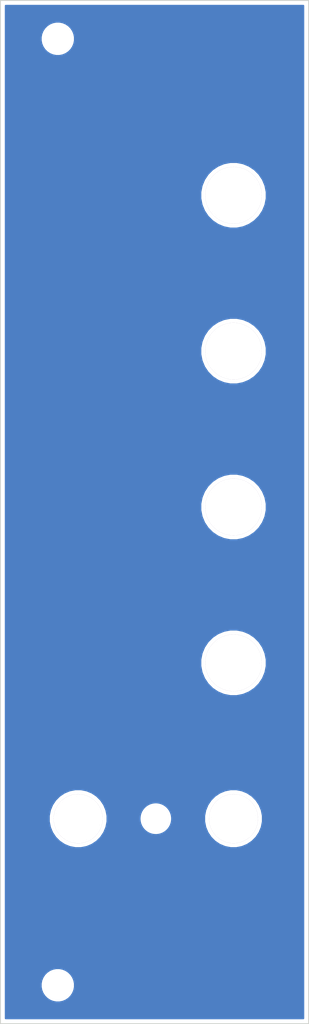
<source format=kicad_pcb>
(kicad_pcb (version 20171130) (host pcbnew 5.1.10)

  (general
    (thickness 1.6)
    (drawings 12)
    (tracks 0)
    (zones 0)
    (modules 7)
    (nets 1)
  )

  (page A4)
  (title_block
    (title ADSR)
    (date 2019-09-22)
    (rev 01)
    (comment 1 "Original design by René Schmitz")
    (comment 2 "PCB for Panel")
    (comment 4 "License CC BY 4.0 - Attribution 4.0 International")
  )

  (layers
    (0 F.Cu signal)
    (31 B.Cu signal)
    (32 B.Adhes user)
    (33 F.Adhes user)
    (34 B.Paste user)
    (35 F.Paste user)
    (36 B.SilkS user)
    (37 F.SilkS user)
    (38 B.Mask user)
    (39 F.Mask user)
    (40 Dwgs.User user)
    (41 Cmts.User user)
    (42 Eco1.User user)
    (43 Eco2.User user)
    (44 Edge.Cuts user)
    (45 Margin user)
    (46 B.CrtYd user)
    (47 F.CrtYd user)
    (48 B.Fab user)
    (49 F.Fab user)
  )

  (setup
    (last_trace_width 0.25)
    (trace_clearance 0.2)
    (zone_clearance 0.508)
    (zone_45_only no)
    (trace_min 0.2)
    (via_size 0.8)
    (via_drill 0.4)
    (via_min_size 0.4)
    (via_min_drill 0.3)
    (uvia_size 0.3)
    (uvia_drill 0.1)
    (uvias_allowed no)
    (uvia_min_size 0.2)
    (uvia_min_drill 0.1)
    (edge_width 0.05)
    (segment_width 0.2)
    (pcb_text_width 0.3)
    (pcb_text_size 1.5 1.5)
    (mod_edge_width 0.12)
    (mod_text_size 1 1)
    (mod_text_width 0.15)
    (pad_size 5 5)
    (pad_drill 0)
    (pad_to_mask_clearance 0.051)
    (solder_mask_min_width 0.25)
    (aux_axis_origin 0 0)
    (visible_elements 7FFFFFFF)
    (pcbplotparams
      (layerselection 0x010f0_ffffffff)
      (usegerberextensions false)
      (usegerberattributes false)
      (usegerberadvancedattributes false)
      (creategerberjobfile false)
      (excludeedgelayer true)
      (linewidth 0.100000)
      (plotframeref false)
      (viasonmask false)
      (mode 1)
      (useauxorigin false)
      (hpglpennumber 1)
      (hpglpenspeed 20)
      (hpglpendiameter 15.000000)
      (psnegative false)
      (psa4output false)
      (plotreference true)
      (plotvalue true)
      (plotinvisibletext false)
      (padsonsilk false)
      (subtractmaskfromsilk false)
      (outputformat 1)
      (mirror false)
      (drillshape 0)
      (scaleselection 1)
      (outputdirectory "gerbers/"))
  )

  (net 0 "")

  (net_class Default "This is the default net class."
    (clearance 0.2)
    (trace_width 0.25)
    (via_dia 0.8)
    (via_drill 0.4)
    (uvia_dia 0.3)
    (uvia_drill 0.1)
  )

  (module elektrophon:panel_jack (layer F.Cu) (tedit 60A0E3B3) (tstamp 5D6B4C03)
    (at 55.88 132.08)
    (descr "Mounting Hole 8.4mm, no annular, M8")
    (tags "mounting hole 8.4mm no annular m8")
    (path /5D6B07F8)
    (attr virtual)
    (fp_text reference H7 (at 0 -9.4) (layer F.SilkS) hide
      (effects (font (size 1 1) (thickness 0.15)))
    )
    (fp_text value out (at 0 9.144) (layer F.Mask) hide
      (effects (font (size 2 1.4) (thickness 0.25)))
    )
    (fp_text user %R (at 0.3 0) (layer F.Fab) hide
      (effects (font (size 1 1) (thickness 0.15)))
    )
    (fp_circle (center 0 0) (end 4.2 0) (layer F.CrtYd) (width 0.05))
    (fp_circle (center 0 0) (end 4 0) (layer Cmts.User) (width 0.15))
    (pad "" thru_hole circle (at 0 0) (size 6.4 6.4) (drill 6.4) (layers *.Cu *.Mask))
    (model "${KIPRJMOD}/../../../lib/kicad/models/PJ301M-12 Thonkiconn v0.2.stp"
      (offset (xyz 0 0.8 -10.5))
      (scale (xyz 1 1 1))
      (rotate (xyz 0 0 0))
    )
  )

  (module elektrophon:panel_potentiometer (layer F.Cu) (tedit 60A0E3DF) (tstamp 5D6B4BF9)
    (at 55.88 111.76)
    (descr "Mounting Hole 8.4mm, no annular, M8")
    (tags "mounting hole 8.4mm no annular m8")
    (path /5D6B02F1)
    (attr virtual)
    (fp_text reference H5 (at 0 -9.4) (layer F.SilkS) hide
      (effects (font (size 1 1) (thickness 0.15)))
    )
    (fp_text value release (at 0 9.144) (layer F.Mask) hide
      (effects (font (size 2 1.4) (thickness 0.25)))
    )
    (fp_text user %R (at 0.3 0) (layer F.Fab) hide
      (effects (font (size 1 1) (thickness 0.15)))
    )
    (fp_circle (center 0 0) (end 6.6 0) (layer F.CrtYd) (width 0.05))
    (fp_circle (center 0 0) (end 6.35 0) (layer Cmts.User) (width 0.15))
    (pad "" thru_hole circle (at 0 0) (size 7.4 7.4) (drill 7.4) (layers *.Cu *.Mask))
    (model ${KIPRJMOD}/../../../lib/kicad/models/ALPHA-RD901F-40.step
      (offset (xyz 0 0.5 -12))
      (scale (xyz 1 1 1))
      (rotate (xyz 0 0 0))
    )
  )

  (module elektrophon:panel_potentiometer (layer F.Cu) (tedit 60A0E3DF) (tstamp 5D6B4BF4)
    (at 55.88 91.44)
    (descr "Mounting Hole 8.4mm, no annular, M8")
    (tags "mounting hole 8.4mm no annular m8")
    (path /5D6AFF0C)
    (attr virtual)
    (fp_text reference H4 (at 0 -9.4) (layer F.SilkS) hide
      (effects (font (size 1 1) (thickness 0.15)))
    )
    (fp_text value sustain (at 0 9.144) (layer F.Mask) hide
      (effects (font (size 2 1.4) (thickness 0.25)))
    )
    (fp_text user %R (at 0.3 0) (layer F.Fab) hide
      (effects (font (size 1 1) (thickness 0.15)))
    )
    (fp_circle (center 0 0) (end 6.6 0) (layer F.CrtYd) (width 0.05))
    (fp_circle (center 0 0) (end 6.35 0) (layer Cmts.User) (width 0.15))
    (pad "" thru_hole circle (at 0 0) (size 7.4 7.4) (drill 7.4) (layers *.Cu *.Mask))
    (model ${KIPRJMOD}/../../../lib/kicad/models/ALPHA-RD901F-40.step
      (offset (xyz 0 0.5 -12))
      (scale (xyz 1 1 1))
      (rotate (xyz 0 0 0))
    )
  )

  (module elektrophon:panel_potentiometer (layer F.Cu) (tedit 60A0E3DF) (tstamp 5D6B4BEF)
    (at 55.88 71.12)
    (descr "Mounting Hole 8.4mm, no annular, M8")
    (tags "mounting hole 8.4mm no annular m8")
    (path /5D6AFC95)
    (attr virtual)
    (fp_text reference H3 (at 0 -9.4) (layer F.SilkS) hide
      (effects (font (size 1 1) (thickness 0.15)))
    )
    (fp_text value delay (at 0 9.144) (layer F.Mask) hide
      (effects (font (size 2 1.4) (thickness 0.25)))
    )
    (fp_text user %R (at 0.3 0) (layer F.Fab) hide
      (effects (font (size 1 1) (thickness 0.15)))
    )
    (fp_circle (center 0 0) (end 6.6 0) (layer F.CrtYd) (width 0.05))
    (fp_circle (center 0 0) (end 6.35 0) (layer Cmts.User) (width 0.15))
    (pad "" thru_hole circle (at 0 0) (size 7.4 7.4) (drill 7.4) (layers *.Cu *.Mask))
    (model ${KIPRJMOD}/../../../lib/kicad/models/ALPHA-RD901F-40.step
      (offset (xyz 0 0.5 -12))
      (scale (xyz 1 1 1))
      (rotate (xyz 0 0 0))
    )
  )

  (module elektrophon:panel_potentiometer (layer F.Cu) (tedit 60A0E3DF) (tstamp 5D6B4BEA)
    (at 55.88 50.8)
    (descr "Mounting Hole 8.4mm, no annular, M8")
    (tags "mounting hole 8.4mm no annular m8")
    (path /5D6AFC22)
    (attr virtual)
    (fp_text reference H2 (at 0 -9.4) (layer F.SilkS) hide
      (effects (font (size 1 1) (thickness 0.15)))
    )
    (fp_text value attack (at 0 9.144) (layer F.Mask) hide
      (effects (font (size 2 1.4) (thickness 0.25)))
    )
    (fp_text user %R (at 0.3 0) (layer F.Fab) hide
      (effects (font (size 1 1) (thickness 0.15)))
    )
    (fp_circle (center 0 0) (end 6.6 0) (layer F.CrtYd) (width 0.05))
    (fp_circle (center 0 0) (end 6.35 0) (layer Cmts.User) (width 0.15))
    (pad "" thru_hole circle (at 0 0) (size 7.4 7.4) (drill 7.4) (layers *.Cu *.Mask))
    (model ${KIPRJMOD}/../../../lib/kicad/models/ALPHA-RD901F-40.step
      (offset (xyz 0 0.5 -12))
      (scale (xyz 1 1 1))
      (rotate (xyz 0 0 0))
    )
  )

  (module elektrophon:panel_jack (layer F.Cu) (tedit 60A0E3B3) (tstamp 5D6B4BE5)
    (at 35.56 132.08)
    (descr "Mounting Hole 8.4mm, no annular, M8")
    (tags "mounting hole 8.4mm no annular m8")
    (path /5D6B047C)
    (attr virtual)
    (fp_text reference H1 (at 0 -9.4) (layer F.SilkS) hide
      (effects (font (size 1 1) (thickness 0.15)))
    )
    (fp_text value in (at 0 9.144) (layer F.Mask) hide
      (effects (font (size 2 1.4) (thickness 0.25)))
    )
    (fp_text user %R (at 0.3 0) (layer F.Fab) hide
      (effects (font (size 1 1) (thickness 0.15)))
    )
    (fp_circle (center 0 0) (end 4.2 0) (layer F.CrtYd) (width 0.05))
    (fp_circle (center 0 0) (end 4 0) (layer Cmts.User) (width 0.15))
    (pad "" thru_hole circle (at 0 0) (size 6.4 6.4) (drill 6.4) (layers *.Cu *.Mask))
    (model "${KIPRJMOD}/../../../lib/kicad/models/PJ301M-12 Thonkiconn v0.2.stp"
      (offset (xyz 0 0.8 -10.5))
      (scale (xyz 1 1 1))
      (rotate (xyz 0 0 0))
    )
  )

  (module elektrophon:LED_Monitor (layer F.Cu) (tedit 5DE4F2C0) (tstamp 5D6B4BFE)
    (at 45.72 132.08)
    (descr "Imported from LED Monitor.svg")
    (tags svg2mod)
    (path /5D6B0CB4)
    (zone_connect 2)
    (attr smd)
    (fp_text reference H6 (at 0 -5.054774) (layer F.SilkS) hide
      (effects (font (size 1.524 1.524) (thickness 0.3048)))
    )
    (fp_text value LED (at 0 5.054774) (layer F.SilkS) hide
      (effects (font (size 1.524 1.524) (thickness 0.3048)))
    )
    (fp_circle (center 0 0) (end 1 0) (layer B.Mask) (width 2))
    (fp_circle (center 0 0) (end 1 0) (layer F.Mask) (width 2))
  )

  (gr_text R01 (at 60.12 155.09) (layer F.Cu)
    (effects (font (size 2 1.4) (thickness 0.25)))
  )
  (gr_text out (at 55.88 141.22) (layer F.Mask) (tstamp 5D87320C)
    (effects (font (size 2 1.4) (thickness 0.25)))
  )
  (gr_text in (at 35.58 141.2) (layer F.Mask) (tstamp 5D87320C)
    (effects (font (size 2 1.4) (thickness 0.25)))
  )
  (gr_text release (at 55.88 120.91) (layer F.Mask) (tstamp 5D87320C)
    (effects (font (size 2 1.4) (thickness 0.25)))
  )
  (gr_text sustain (at 55.88 100.58) (layer F.Mask) (tstamp 5D87320C)
    (effects (font (size 2 1.4) (thickness 0.25)))
  )
  (gr_text decay (at 55.87 80.27) (layer F.Mask) (tstamp 5D87320C)
    (effects (font (size 2 1.4) (thickness 0.25)))
  )
  (gr_text attack (at 55.88 59.95) (layer F.Mask)
    (effects (font (size 2 1.4) (thickness 0.25)))
  )
  (gr_text adsr (at 45.72 30.48) (layer F.Mask)
    (effects (font (size 3 3) (thickness 0.35)))
  )
  (gr_line (start 65.7 158.8) (end 25.4 158.8) (layer Edge.Cuts) (width 0.12))
  (gr_line (start 65.7 25.4) (end 65.7 158.8) (layer Edge.Cuts) (width 0.12))
  (gr_line (start 25.4 25.4) (end 25.4 158.8) (layer Edge.Cuts) (width 0.12))
  (gr_line (start 25.4 25.4) (end 65.7 25.4) (layer Edge.Cuts) (width 0.12))

  (zone (net 0) (net_name "") (layer B.Cu) (tstamp 5D874006) (hatch edge 0.508)
    (connect_pads (clearance 0.508))
    (min_thickness 0.254)
    (fill yes (arc_segments 32) (thermal_gap 0.508) (thermal_bridge_width 0.508))
    (polygon
      (pts
        (xy 25.39 25.34) (xy 65.72 25.41) (xy 65.69 158.79) (xy 25.41 158.79)
      )
    )
    (filled_polygon
      (pts
        (xy 65.005001 158.105) (xy 26.095 158.105) (xy 26.095 153.579872) (xy 30.665 153.579872) (xy 30.665 154.020128)
        (xy 30.75089 154.451925) (xy 30.919369 154.858669) (xy 31.163962 155.224729) (xy 31.475271 155.536038) (xy 31.841331 155.780631)
        (xy 32.248075 155.94911) (xy 32.679872 156.035) (xy 33.120128 156.035) (xy 33.551925 155.94911) (xy 33.958669 155.780631)
        (xy 34.324729 155.536038) (xy 34.636038 155.224729) (xy 34.880631 154.858669) (xy 35.04911 154.451925) (xy 35.135 154.020128)
        (xy 35.135 153.579872) (xy 35.04911 153.148075) (xy 34.880631 152.741331) (xy 34.636038 152.375271) (xy 34.324729 152.063962)
        (xy 33.958669 151.819369) (xy 33.551925 151.65089) (xy 33.120128 151.565) (xy 32.679872 151.565) (xy 32.248075 151.65089)
        (xy 31.841331 151.819369) (xy 31.475271 152.063962) (xy 31.163962 152.375271) (xy 30.919369 152.741331) (xy 30.75089 153.148075)
        (xy 30.665 153.579872) (xy 26.095 153.579872) (xy 26.095 131.702285) (xy 31.725 131.702285) (xy 31.725 132.457715)
        (xy 31.872377 133.198628) (xy 32.161467 133.896554) (xy 32.581161 134.52467) (xy 33.11533 135.058839) (xy 33.743446 135.478533)
        (xy 34.441372 135.767623) (xy 35.182285 135.915) (xy 35.937715 135.915) (xy 36.678628 135.767623) (xy 37.376554 135.478533)
        (xy 38.00467 135.058839) (xy 38.538839 134.52467) (xy 38.958533 133.896554) (xy 39.247623 133.198628) (xy 39.395 132.457715)
        (xy 39.395 132.076313) (xy 43.59301 132.076313) (xy 43.59381 132.139313) (xy 43.593926 132.143348) (xy 43.596726 132.206248)
        (xy 43.596969 132.210279) (xy 43.601769 132.273079) (xy 43.60214 132.277093) (xy 43.60894 132.339793) (xy 43.609417 132.343637)
        (xy 43.618117 132.406037) (xy 43.618744 132.410065) (xy 43.629444 132.472165) (xy 43.630208 132.476204) (xy 43.642908 132.537904)
        (xy 43.643756 132.541725) (xy 43.658356 132.603025) (xy 43.659333 132.606862) (xy 43.675833 132.667662) (xy 43.676946 132.671522)
        (xy 43.695346 132.731722) (xy 43.696561 132.735485) (xy 43.716861 132.795185) (xy 43.718261 132.799092) (xy 43.740461 132.857992)
        (xy 43.741862 132.861545) (xy 43.765862 132.919845) (xy 43.767429 132.923491) (xy 43.793229 132.980991) (xy 43.795028 132.984827)
        (xy 43.822728 133.041427) (xy 43.824485 133.044883) (xy 43.853885 133.100583) (xy 43.855748 133.103984) (xy 43.886848 133.158784)
        (xy 43.889008 133.162446) (xy 43.921908 133.216146) (xy 43.923944 133.21936) (xy 43.958444 133.27206) (xy 43.960733 133.275438)
        (xy 43.996933 133.327038) (xy 43.9993 133.3303) (xy 44.0371 133.3807) (xy 44.039471 133.383762) (xy 44.078771 133.432962)
        (xy 44.081418 133.436168) (xy 44.122318 133.484068) (xy 44.124873 133.486969) (xy 44.167273 133.533669) (xy 44.170096 133.536679)
        (xy 44.213896 133.581879) (xy 44.216617 133.584603) (xy 44.261817 133.628503) (xy 44.26483 133.631336) (xy 44.31143 133.673736)
        (xy 44.314432 133.676382) (xy 44.362332 133.717282) (xy 44.365415 133.719831) (xy 44.414615 133.759231) (xy 44.417671 133.761603)
        (xy 44.468071 133.799503) (xy 44.471367 133.8019) (xy 44.522867 133.8381) (xy 44.526199 133.840364) (xy 44.578899 133.874964)
        (xy 44.582254 133.877092) (xy 44.635954 133.909992) (xy 44.639377 133.912016) (xy 44.694077 133.943216) (xy 44.69756 133.945131)
        (xy 44.75326 133.974631) (xy 44.756873 133.976472) (xy 44.813473 134.004172) (xy 44.817066 134.005861) (xy 44.874466 134.031761)
        (xy 44.878355 134.033438) (xy 44.936655 134.057438) (xy 44.940032 134.058772) (xy 44.998932 134.081072) (xy 45.002953 134.082518)
        (xy 45.062553 134.102818) (xy 45.06625 134.104014) (xy 45.12655 134.122514) (xy 45.13035 134.123616) (xy 45.19115 134.140216)
        (xy 45.19513 134.141233) (xy 45.25633 134.155833) (xy 45.260236 134.1567) (xy 45.322036 134.1694) (xy 45.325806 134.170116)
        (xy 45.387806 134.180916) (xy 45.391865 134.181556) (xy 45.454265 134.190356) (xy 45.458307 134.19086) (xy 45.521007 134.19766)
        (xy 45.525021 134.198031) (xy 45.587821 134.202831) (xy 45.591651 134.203065) (xy 45.654551 134.205965) (xy 45.658586 134.206087)
        (xy 45.721586 134.206987) (xy 45.7374 134.20553) (xy 45.75553 134.206736) (xy 45.81853 134.204736) (xy 45.82256 134.204544)
        (xy 45.88546 134.200544) (xy 45.889298 134.200241) (xy 45.951998 134.194341) (xy 45.956224 134.193872) (xy 46.018724 134.185872)
        (xy 46.022366 134.185352) (xy 46.084566 134.175552) (xy 46.088776 134.174816) (xy 46.150676 134.162916) (xy 46.154506 134.162119)
        (xy 46.216006 134.148319) (xy 46.219855 134.147392) (xy 46.280855 134.131692) (xy 46.284675 134.130645) (xy 46.345175 134.113045)
        (xy 46.349013 134.111862) (xy 46.408913 134.092362) (xy 46.412775 134.091036) (xy 46.471975 134.069636) (xy 46.475723 134.068214)
        (xy 46.534323 134.044914) (xy 46.537987 134.04339) (xy 46.595787 134.01829) (xy 46.599402 134.016653) (xy 46.656402 133.989753)
        (xy 46.659964 133.988003) (xy 46.715964 133.959403) (xy 46.71962 133.95746) (xy 46.77482 133.92696) (xy 46.778117 133.925073)
        (xy 46.832317 133.892973) (xy 46.83594 133.890745) (xy 46.88904 133.856845) (xy 46.892213 133.854752) (xy 46.944313 133.819252)
        (xy 46.947606 133.816931) (xy 46.998506 133.779831) (xy 47.001726 133.777404) (xy 47.051426 133.738704) (xy 47.054445 133.736279)
        (xy 47.102945 133.696079) (xy 47.106099 133.693376) (xy 47.153299 133.651576) (xy 47.156242 133.648887) (xy 47.202042 133.605687)
        (xy 47.205004 133.6028) (xy 47.249404 133.5581) (xy 47.251976 133.555434) (xy 47.295076 133.509434) (xy 47.297952 133.506259)
        (xy 47.339452 133.458859) (xy 47.341859 133.456027) (xy 47.381959 133.407427) (xy 47.384551 133.404179) (xy 47.423051 133.354279)
        (xy 47.425392 133.351146) (xy 47.462292 133.300146) (xy 47.464759 133.296611) (xy 47.499959 133.244311) (xy 47.501977 133.241217)
        (xy 47.535577 133.188017) (xy 47.537666 133.184592) (xy 47.569666 133.130192) (xy 47.571747 133.126515) (xy 47.601847 133.071215)
        (xy 47.603568 133.06794) (xy 47.632068 133.01174) (xy 47.633921 133.007929) (xy 47.660521 132.950829) (xy 47.662069 132.947374)
        (xy 47.686969 132.889474) (xy 47.68852 132.8857) (xy 47.71152 132.8271) (xy 47.712974 132.82321) (xy 47.734074 132.76381)
        (xy 47.735299 132.760189) (xy 47.754599 132.700189) (xy 47.755806 132.696216) (xy 47.773106 132.635716) (xy 47.774101 132.632028)
        (xy 47.789601 132.570928) (xy 47.790556 132.566888) (xy 47.804056 132.505288) (xy 47.804863 132.501298) (xy 47.816363 132.439398)
        (xy 47.816988 132.435738) (xy 47.826688 132.373438) (xy 47.827271 132.36923) (xy 47.834871 132.30673) (xy 47.835278 132.302898)
        (xy 47.840978 132.240198) (xy 47.841281 132.236158) (xy 47.844981 132.173258) (xy 47.845154 132.169226) (xy 47.846854 132.106226)
        (xy 47.846899 132.102195) (xy 47.846599 132.039195) (xy 47.846515 132.035167) (xy 47.844215 131.972167) (xy 47.844018 131.968339)
        (xy 47.839818 131.905439) (xy 47.839482 131.901383) (xy 47.833282 131.838783) (xy 47.832821 131.834779) (xy 47.824621 131.772279)
        (xy 47.824026 131.768248) (xy 47.813826 131.706048) (xy 47.81315 131.702285) (xy 52.045 131.702285) (xy 52.045 132.457715)
        (xy 52.192377 133.198628) (xy 52.481467 133.896554) (xy 52.901161 134.52467) (xy 53.43533 135.058839) (xy 54.063446 135.478533)
        (xy 54.761372 135.767623) (xy 55.502285 135.915) (xy 56.257715 135.915) (xy 56.998628 135.767623) (xy 57.696554 135.478533)
        (xy 58.32467 135.058839) (xy 58.858839 134.52467) (xy 59.278533 133.896554) (xy 59.567623 133.198628) (xy 59.715 132.457715)
        (xy 59.715 131.702285) (xy 59.567623 130.961372) (xy 59.278533 130.263446) (xy 58.858839 129.63533) (xy 58.32467 129.101161)
        (xy 57.696554 128.681467) (xy 56.998628 128.392377) (xy 56.257715 128.245) (xy 55.502285 128.245) (xy 54.761372 128.392377)
        (xy 54.063446 128.681467) (xy 53.43533 129.101161) (xy 52.901161 129.63533) (xy 52.481467 130.263446) (xy 52.192377 130.961372)
        (xy 52.045 131.702285) (xy 47.81315 131.702285) (xy 47.813134 131.702198) (xy 47.801034 131.640398) (xy 47.800222 131.636567)
        (xy 47.786222 131.575167) (xy 47.785245 131.571178) (xy 47.769245 131.510178) (xy 47.768165 131.506314) (xy 47.750265 131.445914)
        (xy 47.749063 131.442081) (xy 47.729263 131.382281) (xy 47.728007 131.378669) (xy 47.706407 131.319469) (xy 47.704919 131.31559)
        (xy 47.681419 131.25719) (xy 47.679836 131.253432) (xy 47.654436 131.195732) (xy 47.65286 131.192291) (xy 47.62576 131.135391)
        (xy 47.623915 131.131675) (xy 47.595015 131.075775) (xy 47.593142 131.072287) (xy 47.562442 131.017187) (xy 47.560402 131.013659)
        (xy 47.528002 130.959659) (xy 47.525903 130.956283) (xy 47.491803 130.903283) (xy 47.489636 130.900025) (xy 47.453936 130.848125)
        (xy 47.451669 130.844936) (xy 47.414369 130.794136) (xy 47.411757 130.790703) (xy 47.372757 130.741203) (xy 47.370415 130.738318)
        (xy 47.330015 130.690018) (xy 47.327298 130.686876) (xy 47.285298 130.639876) (xy 47.282594 130.636944) (xy 47.239194 130.591344)
        (xy 47.236396 130.588495) (xy 47.191496 130.544195) (xy 47.188609 130.541435) (xy 47.142409 130.498635) (xy 47.139544 130.496061)
        (xy 47.092044 130.454661) (xy 47.088867 130.451982) (xy 47.040067 130.412182) (xy 47.036931 130.409705) (xy 46.986831 130.371405)
        (xy 46.983555 130.368983) (xy 46.932355 130.332383) (xy 46.929179 130.330185) (xy 46.876779 130.295085) (xy 46.873446 130.292927)
        (xy 46.820046 130.259527) (xy 46.816403 130.257332) (xy 46.761903 130.225732) (xy 46.758675 130.223923) (xy 46.703275 130.193923)
        (xy 46.699677 130.192048) (xy 46.643377 130.163848) (xy 46.639644 130.162054) (xy 46.582344 130.135654) (xy 46.578618 130.134009)
        (xy 46.520618 130.109509) (xy 46.517182 130.108116) (xy 46.458482 130.085316) (xy 46.454589 130.083877) (xy 46.395089 130.062977)
        (xy 46.39134 130.061726) (xy 46.33134 130.042726) (xy 46.327437 130.041558) (xy 46.266737 130.024458) (xy 46.26277 130.023409)
        (xy 46.20167 130.008309) (xy 46.198003 130.007461) (xy 46.136403 129.994161) (xy 46.132372 129.993358) (xy 46.070372 129.982058)
        (xy 46.066351 129.981392) (xy 46.004051 129.972092) (xy 46.000209 129.971578) (xy 45.937609 129.964178) (xy 45.93358 129.963767)
        (xy 45.87078 129.958367) (xy 45.866755 129.958085) (xy 45.803855 129.954685) (xy 45.800023 129.954536) (xy 45.737023 129.953036)
        (xy 45.732791 129.953006) (xy 45.669791 129.953606) (xy 45.665956 129.9537) (xy 45.603056 129.9562) (xy 45.599023 129.956425)
        (xy 45.536223 129.960925) (xy 45.532204 129.961277) (xy 45.469504 129.967777) (xy 45.465459 129.968262) (xy 45.403059 129.976762)
        (xy 45.399256 129.977339) (xy 45.337056 129.987739) (xy 45.333016 129.988482) (xy 45.271216 130.000882) (xy 45.267348 130.001721)
        (xy 45.206048 130.016021) (xy 45.202064 130.017018) (xy 45.141164 130.033318) (xy 45.137488 130.034362) (xy 45.077188 130.052462)
        (xy 45.073237 130.053718) (xy 45.013437 130.073818) (xy 45.009706 130.075138) (xy 44.950706 130.097038) (xy 44.947143 130.098421)
        (xy 44.888743 130.122121) (xy 44.884846 130.123779) (xy 44.827346 130.149379) (xy 44.823821 130.151014) (xy 44.767021 130.178414)
        (xy 44.763316 130.180276) (xy 44.707516 130.209476) (xy 44.704108 130.211326) (xy 44.649208 130.242226) (xy 44.645774 130.24423)
        (xy 44.591874 130.27683) (xy 44.588507 130.278939) (xy 44.535607 130.313239) (xy 44.532128 130.315578) (xy 44.480428 130.351578)
        (xy 44.477382 130.353766) (xy 44.426782 130.391266) (xy 44.423457 130.393816) (xy 44.374057 130.433016) (xy 44.370965 130.43555)
        (xy 44.322865 130.47625) (xy 44.319964 130.478782) (xy 44.273164 130.520882) (xy 44.270027 130.523801) (xy 44.224627 130.567501)
        (xy 44.221995 130.570109) (xy 44.177895 130.615109) (xy 44.175048 130.61811) (xy 44.132448 130.66451) (xy 44.129888 130.667385)
        (xy 44.088688 130.715085) (xy 44.086024 130.718273) (xy 44.046424 130.767273) (xy 44.04394 130.770449) (xy 44.00594 130.820649)
        (xy 44.003652 130.823769) (xy 43.967152 130.875169) (xy 43.964844 130.878533) (xy 43.930044 130.931033) (xy 43.927843 130.934471)
        (xy 43.894743 130.988071) (xy 43.892794 130.991335) (xy 43.861294 131.045935) (xy 43.85928 131.049562) (xy 43.82958 131.105162)
        (xy 43.827767 131.108689) (xy 43.799867 131.165089) (xy 43.798201 131.168589) (xy 43.772001 131.225889) (xy 43.770305 131.229768)
        (xy 43.746005 131.287968) (xy 43.744587 131.291512) (xy 43.722087 131.350312) (xy 43.720689 131.35415) (xy 43.700089 131.41365)
        (xy 43.698874 131.417342) (xy 43.680074 131.477542) (xy 43.678902 131.481524) (xy 43.662102 131.542224) (xy 43.661104 131.546058)
        (xy 43.646204 131.607258) (xy 43.645328 131.611116) (xy 43.632328 131.672816) (xy 43.631553 131.676814) (xy 43.620553 131.738814)
        (xy 43.619929 131.742673) (xy 43.610829 131.805073) (xy 43.610309 131.809088) (xy 43.603209 131.871688) (xy 43.602817 131.87572)
        (xy 43.597717 131.93852) (xy 43.597454 131.942548) (xy 43.594354 132.005448) (xy 43.594223 132.009281) (xy 43.593023 132.072281)
        (xy 43.59301 132.076313) (xy 39.395 132.076313) (xy 39.395 131.702285) (xy 39.247623 130.961372) (xy 38.958533 130.263446)
        (xy 38.538839 129.63533) (xy 38.00467 129.101161) (xy 37.376554 128.681467) (xy 36.678628 128.392377) (xy 35.937715 128.245)
        (xy 35.182285 128.245) (xy 34.441372 128.392377) (xy 33.743446 128.681467) (xy 33.11533 129.101161) (xy 32.581161 129.63533)
        (xy 32.161467 130.263446) (xy 31.872377 130.961372) (xy 31.725 131.702285) (xy 26.095 131.702285) (xy 26.095 111.33304)
        (xy 51.545 111.33304) (xy 51.545 112.18696) (xy 51.711592 113.024473) (xy 52.038373 113.813392) (xy 52.512786 114.523401)
        (xy 53.116599 115.127214) (xy 53.826608 115.601627) (xy 54.615527 115.928408) (xy 55.45304 116.095) (xy 56.30696 116.095)
        (xy 57.144473 115.928408) (xy 57.933392 115.601627) (xy 58.643401 115.127214) (xy 59.247214 114.523401) (xy 59.721627 113.813392)
        (xy 60.048408 113.024473) (xy 60.215 112.18696) (xy 60.215 111.33304) (xy 60.048408 110.495527) (xy 59.721627 109.706608)
        (xy 59.247214 108.996599) (xy 58.643401 108.392786) (xy 57.933392 107.918373) (xy 57.144473 107.591592) (xy 56.30696 107.425)
        (xy 55.45304 107.425) (xy 54.615527 107.591592) (xy 53.826608 107.918373) (xy 53.116599 108.392786) (xy 52.512786 108.996599)
        (xy 52.038373 109.706608) (xy 51.711592 110.495527) (xy 51.545 111.33304) (xy 26.095 111.33304) (xy 26.095 91.01304)
        (xy 51.545 91.01304) (xy 51.545 91.86696) (xy 51.711592 92.704473) (xy 52.038373 93.493392) (xy 52.512786 94.203401)
        (xy 53.116599 94.807214) (xy 53.826608 95.281627) (xy 54.615527 95.608408) (xy 55.45304 95.775) (xy 56.30696 95.775)
        (xy 57.144473 95.608408) (xy 57.933392 95.281627) (xy 58.643401 94.807214) (xy 59.247214 94.203401) (xy 59.721627 93.493392)
        (xy 60.048408 92.704473) (xy 60.215 91.86696) (xy 60.215 91.01304) (xy 60.048408 90.175527) (xy 59.721627 89.386608)
        (xy 59.247214 88.676599) (xy 58.643401 88.072786) (xy 57.933392 87.598373) (xy 57.144473 87.271592) (xy 56.30696 87.105)
        (xy 55.45304 87.105) (xy 54.615527 87.271592) (xy 53.826608 87.598373) (xy 53.116599 88.072786) (xy 52.512786 88.676599)
        (xy 52.038373 89.386608) (xy 51.711592 90.175527) (xy 51.545 91.01304) (xy 26.095 91.01304) (xy 26.095 70.69304)
        (xy 51.545 70.69304) (xy 51.545 71.54696) (xy 51.711592 72.384473) (xy 52.038373 73.173392) (xy 52.512786 73.883401)
        (xy 53.116599 74.487214) (xy 53.826608 74.961627) (xy 54.615527 75.288408) (xy 55.45304 75.455) (xy 56.30696 75.455)
        (xy 57.144473 75.288408) (xy 57.933392 74.961627) (xy 58.643401 74.487214) (xy 59.247214 73.883401) (xy 59.721627 73.173392)
        (xy 60.048408 72.384473) (xy 60.215 71.54696) (xy 60.215 70.69304) (xy 60.048408 69.855527) (xy 59.721627 69.066608)
        (xy 59.247214 68.356599) (xy 58.643401 67.752786) (xy 57.933392 67.278373) (xy 57.144473 66.951592) (xy 56.30696 66.785)
        (xy 55.45304 66.785) (xy 54.615527 66.951592) (xy 53.826608 67.278373) (xy 53.116599 67.752786) (xy 52.512786 68.356599)
        (xy 52.038373 69.066608) (xy 51.711592 69.855527) (xy 51.545 70.69304) (xy 26.095 70.69304) (xy 26.095 50.37304)
        (xy 51.545 50.37304) (xy 51.545 51.22696) (xy 51.711592 52.064473) (xy 52.038373 52.853392) (xy 52.512786 53.563401)
        (xy 53.116599 54.167214) (xy 53.826608 54.641627) (xy 54.615527 54.968408) (xy 55.45304 55.135) (xy 56.30696 55.135)
        (xy 57.144473 54.968408) (xy 57.933392 54.641627) (xy 58.643401 54.167214) (xy 59.247214 53.563401) (xy 59.721627 52.853392)
        (xy 60.048408 52.064473) (xy 60.215 51.22696) (xy 60.215 50.37304) (xy 60.048408 49.535527) (xy 59.721627 48.746608)
        (xy 59.247214 48.036599) (xy 58.643401 47.432786) (xy 57.933392 46.958373) (xy 57.144473 46.631592) (xy 56.30696 46.465)
        (xy 55.45304 46.465) (xy 54.615527 46.631592) (xy 53.826608 46.958373) (xy 53.116599 47.432786) (xy 52.512786 48.036599)
        (xy 52.038373 48.746608) (xy 51.711592 49.535527) (xy 51.545 50.37304) (xy 26.095 50.37304) (xy 26.095 30.179872)
        (xy 30.665 30.179872) (xy 30.665 30.620128) (xy 30.75089 31.051925) (xy 30.919369 31.458669) (xy 31.163962 31.824729)
        (xy 31.475271 32.136038) (xy 31.841331 32.380631) (xy 32.248075 32.54911) (xy 32.679872 32.635) (xy 33.120128 32.635)
        (xy 33.551925 32.54911) (xy 33.958669 32.380631) (xy 34.324729 32.136038) (xy 34.636038 31.824729) (xy 34.880631 31.458669)
        (xy 35.04911 31.051925) (xy 35.135 30.620128) (xy 35.135 30.179872) (xy 35.04911 29.748075) (xy 34.880631 29.341331)
        (xy 34.636038 28.975271) (xy 34.324729 28.663962) (xy 33.958669 28.419369) (xy 33.551925 28.25089) (xy 33.120128 28.165)
        (xy 32.679872 28.165) (xy 32.248075 28.25089) (xy 31.841331 28.419369) (xy 31.475271 28.663962) (xy 31.163962 28.975271)
        (xy 30.919369 29.341331) (xy 30.75089 29.748075) (xy 30.665 30.179872) (xy 26.095 30.179872) (xy 26.095 26.095)
        (xy 65.005 26.095)
      )
    )
  )
  (zone (net 0) (net_name "") (layer B.Cu) (tstamp 0) (hatch edge 0.508)
    (connect_pads (clearance 0.508))
    (min_thickness 0.254)
    (keepout (tracks allowed) (vias allowed) (copperpour not_allowed))
    (fill (arc_segments 32) (thermal_gap 0.508) (thermal_bridge_width 0.508))
    (polygon
      (pts
        (xy 45.72 132.08) (xy 45.7234 134.08) (xy 45.6604 134.0791) (xy 45.5975 134.0762) (xy 45.5347 134.0714)
        (xy 45.472 134.0646) (xy 45.4096 134.0558) (xy 45.3476 134.045) (xy 45.2858 134.0323) (xy 45.2246 134.0177)
        (xy 45.1638 134.0011) (xy 45.1035 133.9826) (xy 45.0439 133.9623) (xy 44.985 133.94) (xy 44.9267 133.916)
        (xy 44.8693 133.8901) (xy 44.8127 133.8624) (xy 44.757 133.8329) (xy 44.7023 133.8017) (xy 44.6486 133.7688)
        (xy 44.5959 133.7342) (xy 44.5444 133.698) (xy 44.494 133.6601) (xy 44.4448 133.6207) (xy 44.3969 133.5798)
        (xy 44.3503 133.5374) (xy 44.3051 133.4935) (xy 44.2613 133.4483) (xy 44.2189 133.4016) (xy 44.178 133.3537)
        (xy 44.1387 133.3045) (xy 44.1009 133.2541) (xy 44.0647 133.2025) (xy 44.0302 133.1498) (xy 43.9973 133.0961)
        (xy 43.9662 133.0413) (xy 43.9368 132.9856) (xy 43.9091 132.929) (xy 43.8833 132.8715) (xy 43.8593 132.8132)
        (xy 43.8371 132.7543) (xy 43.8168 132.6946) (xy 43.7984 132.6344) (xy 43.7819 132.5736) (xy 43.7673 132.5123)
        (xy 43.7546 132.4506) (xy 43.7439 132.3885) (xy 43.7352 132.3261) (xy 43.7284 132.2634) (xy 43.7236 132.2006)
        (xy 43.7208 132.1377) (xy 43.72 132.0747) (xy 43.7212 132.0117) (xy 43.7243 131.9488) (xy 43.7294 131.886)
        (xy 43.7365 131.8234) (xy 43.7456 131.761) (xy 43.7566 131.699) (xy 43.7696 131.6373) (xy 43.7845 131.5761)
        (xy 43.8013 131.5154) (xy 43.8201 131.4552) (xy 43.8407 131.3957) (xy 43.8632 131.3369) (xy 43.8875 131.2787)
        (xy 43.9137 131.2214) (xy 43.9416 131.165) (xy 43.9713 131.1094) (xy 44.0028 131.0548) (xy 44.0359 131.0012)
        (xy 44.0707 130.9487) (xy 44.1072 130.8973) (xy 44.1452 130.8471) (xy 44.1848 130.7981) (xy 44.226 130.7504)
        (xy 44.2686 130.704) (xy 44.3127 130.659) (xy 44.3581 130.6153) (xy 44.4049 130.5732) (xy 44.453 130.5325)
        (xy 44.5024 130.4933) (xy 44.553 130.4558) (xy 44.6047 130.4198) (xy 44.6576 130.3855) (xy 44.7115 130.3529)
        (xy 44.7664 130.322) (xy 44.8222 130.2928) (xy 44.879 130.2654) (xy 44.9365 130.2398) (xy 44.9949 130.2161)
        (xy 45.0539 130.1942) (xy 45.1137 130.1741) (xy 45.174 130.156) (xy 45.2349 130.1397) (xy 45.2962 130.1254)
        (xy 45.358 130.113) (xy 45.4202 130.1026) (xy 45.4826 130.0941) (xy 45.5453 130.0876) (xy 45.6081 130.0831)
        (xy 45.671 130.0806) (xy 45.734 130.08) (xy 45.797 130.0815) (xy 45.8599 130.0849) (xy 45.9227 130.0903)
        (xy 45.9853 130.0977) (xy 46.0476 130.107) (xy 46.1096 130.1183) (xy 46.1712 130.1316) (xy 46.2323 130.1467)
        (xy 46.293 130.1638) (xy 46.353 130.1828) (xy 46.4125 130.2037) (xy 46.4712 130.2265) (xy 46.5292 130.251)
        (xy 46.5865 130.2774) (xy 46.6428 130.3056) (xy 46.6982 130.3356) (xy 46.7527 130.3672) (xy 46.8061 130.4006)
        (xy 46.8585 130.4357) (xy 46.9097 130.4723) (xy 46.9598 130.5106) (xy 47.0086 130.5504) (xy 47.0561 130.5918)
        (xy 47.1023 130.6346) (xy 47.1472 130.6789) (xy 47.1906 130.7245) (xy 47.2326 130.7715) (xy 47.273 130.8198)
        (xy 47.312 130.8693) (xy 47.3493 130.9201) (xy 47.385 130.972) (xy 47.4191 131.025) (xy 47.4515 131.079)
        (xy 47.4822 131.1341) (xy 47.5111 131.19) (xy 47.5382 131.2469) (xy 47.5636 131.3046) (xy 47.5871 131.363)
        (xy 47.6087 131.4222) (xy 47.6285 131.482) (xy 47.6464 131.5424) (xy 47.6624 131.6034) (xy 47.6764 131.6648)
        (xy 47.6885 131.7266) (xy 47.6987 131.7888) (xy 47.7069 131.8513) (xy 47.7131 131.9139) (xy 47.7173 131.9768)
        (xy 47.7196 132.0398) (xy 47.7199 132.1028) (xy 47.7182 132.1658) (xy 47.7145 132.2287) (xy 47.7088 132.2914)
        (xy 47.7012 132.3539) (xy 47.6915 132.4162) (xy 47.68 132.4781) (xy 47.6665 132.5397) (xy 47.651 132.6008)
        (xy 47.6337 132.6613) (xy 47.6144 132.7213) (xy 47.5933 132.7807) (xy 47.5703 132.8393) (xy 47.5454 132.8972)
        (xy 47.5188 132.9543) (xy 47.4903 133.0105) (xy 47.4602 133.0658) (xy 47.4282 133.1202) (xy 47.3946 133.1734)
        (xy 47.3594 133.2257) (xy 47.3225 133.2767) (xy 47.284 133.3266) (xy 47.2439 133.3752) (xy 47.2024 133.4226)
        (xy 47.1593 133.4686) (xy 47.1149 133.5133) (xy 47.0691 133.5565) (xy 47.0219 133.5983) (xy 46.9734 133.6385)
        (xy 46.9237 133.6772) (xy 46.8728 133.7143) (xy 46.8207 133.7498) (xy 46.7676 133.7837) (xy 46.7134 133.8158)
        (xy 46.6582 133.8463) (xy 46.6022 133.8749) (xy 46.5452 133.9018) (xy 46.4874 133.9269) (xy 46.4288 133.9502)
        (xy 46.3696 133.9716) (xy 46.3097 133.9911) (xy 46.2492 134.0087) (xy 46.1882 134.0244) (xy 46.1267 134.0382)
        (xy 46.0648 134.0501) (xy 46.0026 134.0599) (xy 45.9401 134.0679) (xy 45.8774 134.0738) (xy 45.8145 134.0778)
        (xy 45.7515 134.0798)
      )
    )
  )
)

</source>
